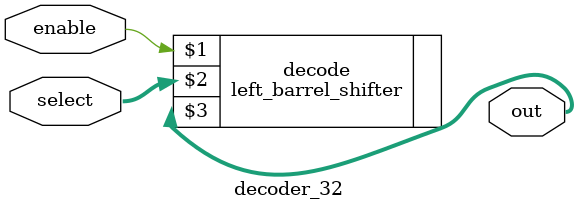
<source format=v>
module decoder_32(out, select, enable);
input [4:0] select;
input enable;
output [31:0] out;
left_barrel_shifter decode(enable, select, out);
endmodule
</source>
